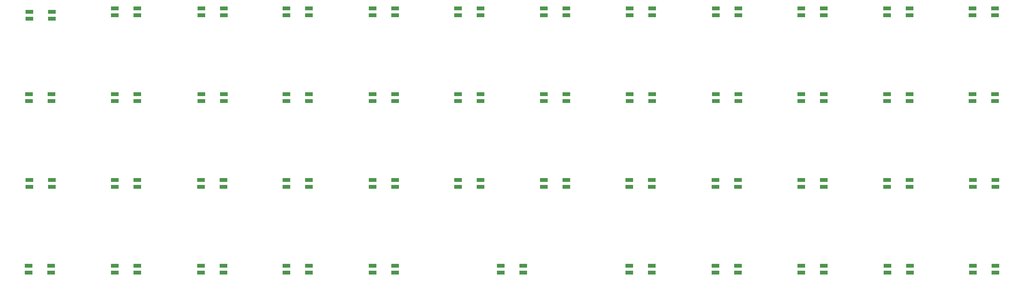
<source format=gbr>
G04 #@! TF.GenerationSoftware,KiCad,Pcbnew,(5.1.0)-1*
G04 #@! TF.CreationDate,2020-10-10T14:24:37-04:00*
G04 #@! TF.ProjectId,rev1.0,72657631-2e30-42e6-9b69-6361645f7063,rev?*
G04 #@! TF.SameCoordinates,Original*
G04 #@! TF.FileFunction,Paste,Top*
G04 #@! TF.FilePolarity,Positive*
%FSLAX46Y46*%
G04 Gerber Fmt 4.6, Leading zero omitted, Abs format (unit mm)*
G04 Created by KiCad (PCBNEW (5.1.0)-1) date 2020-10-10 14:24:37*
%MOMM*%
%LPD*%
G04 APERTURE LIST*
%ADD10R,1.800000X0.820000*%
G04 APERTURE END LIST*
D10*
X38909000Y-42519600D03*
X38909000Y-44019600D03*
X33909000Y-42519600D03*
X33909000Y-44019600D03*
X57908200Y-41808400D03*
X57908200Y-43308400D03*
X52908200Y-41808400D03*
X52908200Y-43308400D03*
X72110600Y-43308400D03*
X72110600Y-41808400D03*
X77110600Y-43308400D03*
X77110600Y-41808400D03*
X229409000Y-98907600D03*
X229409000Y-100407600D03*
X224409000Y-98907600D03*
X224409000Y-100407600D03*
X91008200Y-43308400D03*
X91008200Y-41808400D03*
X96008200Y-43308400D03*
X96008200Y-41808400D03*
X115109000Y-41808400D03*
X115109000Y-43308400D03*
X110109000Y-41808400D03*
X110109000Y-43308400D03*
X129108200Y-43308400D03*
X129108200Y-41808400D03*
X134108200Y-43308400D03*
X134108200Y-41808400D03*
X153107400Y-41808400D03*
X153107400Y-43308400D03*
X148107400Y-41808400D03*
X148107400Y-43308400D03*
X167208200Y-43308400D03*
X167208200Y-41808400D03*
X172208200Y-43308400D03*
X172208200Y-41808400D03*
X191309000Y-41808400D03*
X191309000Y-43308400D03*
X186309000Y-41808400D03*
X186309000Y-43308400D03*
X205308200Y-43308400D03*
X205308200Y-41808400D03*
X210308200Y-43308400D03*
X210308200Y-41808400D03*
X229307400Y-41808400D03*
X229307400Y-43308400D03*
X224307400Y-41808400D03*
X224307400Y-43308400D03*
X248306600Y-41808400D03*
X248306600Y-43308400D03*
X243306600Y-41808400D03*
X243306600Y-43308400D03*
X33807400Y-62331600D03*
X33807400Y-60831600D03*
X38807400Y-62331600D03*
X38807400Y-60831600D03*
X57908200Y-60807600D03*
X57908200Y-62307600D03*
X52908200Y-60807600D03*
X52908200Y-62307600D03*
X77110600Y-60807600D03*
X77110600Y-62307600D03*
X72110600Y-60807600D03*
X72110600Y-62307600D03*
X91008200Y-62307600D03*
X91008200Y-60807600D03*
X96008200Y-62307600D03*
X96008200Y-60807600D03*
X110109000Y-62307600D03*
X110109000Y-60807600D03*
X115109000Y-62307600D03*
X115109000Y-60807600D03*
X134108200Y-60807600D03*
X134108200Y-62307600D03*
X129108200Y-60807600D03*
X129108200Y-62307600D03*
X148107400Y-62307600D03*
X148107400Y-60807600D03*
X153107400Y-62307600D03*
X153107400Y-60807600D03*
X172208200Y-60807600D03*
X172208200Y-62307600D03*
X167208200Y-60807600D03*
X167208200Y-62307600D03*
X186309000Y-62307600D03*
X186309000Y-60807600D03*
X191309000Y-62307600D03*
X191309000Y-60807600D03*
X210308200Y-60807600D03*
X210308200Y-62307600D03*
X205308200Y-60807600D03*
X205308200Y-62307600D03*
X224307400Y-62307600D03*
X224307400Y-60807600D03*
X229307400Y-62307600D03*
X229307400Y-60807600D03*
X243306600Y-62307600D03*
X243306600Y-60807600D03*
X248306600Y-62307600D03*
X248306600Y-60807600D03*
X38909000Y-79908400D03*
X38909000Y-81408400D03*
X33909000Y-79908400D03*
X33909000Y-81408400D03*
X52908200Y-81408400D03*
X52908200Y-79908400D03*
X57908200Y-81408400D03*
X57908200Y-79908400D03*
X72009000Y-81408400D03*
X72009000Y-79908400D03*
X77009000Y-81408400D03*
X77009000Y-79908400D03*
X96008200Y-79908400D03*
X96008200Y-81408400D03*
X91008200Y-79908400D03*
X91008200Y-81408400D03*
X110109000Y-81408400D03*
X110109000Y-79908400D03*
X115109000Y-81408400D03*
X115109000Y-79908400D03*
X129108200Y-81408400D03*
X129108200Y-79908400D03*
X134108200Y-81408400D03*
X134108200Y-79908400D03*
X148107400Y-81408400D03*
X148107400Y-79908400D03*
X153107400Y-81408400D03*
X153107400Y-79908400D03*
X172106600Y-79908400D03*
X172106600Y-81408400D03*
X167106600Y-79908400D03*
X167106600Y-81408400D03*
X186207400Y-81408400D03*
X186207400Y-79908400D03*
X191207400Y-81408400D03*
X191207400Y-79908400D03*
X210308200Y-79908400D03*
X210308200Y-81408400D03*
X205308200Y-79908400D03*
X205308200Y-81408400D03*
X229307400Y-79908400D03*
X229307400Y-81408400D03*
X224307400Y-79908400D03*
X224307400Y-81408400D03*
X243408200Y-81408400D03*
X243408200Y-79908400D03*
X248408200Y-81408400D03*
X248408200Y-79908400D03*
X38705800Y-98907600D03*
X38705800Y-100407600D03*
X33705800Y-98907600D03*
X33705800Y-100407600D03*
X52908200Y-100407600D03*
X52908200Y-98907600D03*
X57908200Y-100407600D03*
X57908200Y-98907600D03*
X77009000Y-98907600D03*
X77009000Y-100407600D03*
X72009000Y-98907600D03*
X72009000Y-100407600D03*
X91008200Y-100407600D03*
X91008200Y-98907600D03*
X96008200Y-100407600D03*
X96008200Y-98907600D03*
X110109000Y-100407600D03*
X110109000Y-98907600D03*
X115109000Y-100407600D03*
X115109000Y-98907600D03*
X143557000Y-98907600D03*
X143557000Y-100407600D03*
X138557000Y-98907600D03*
X138557000Y-100407600D03*
X172106600Y-98907600D03*
X172106600Y-100407600D03*
X167106600Y-98907600D03*
X167106600Y-100407600D03*
X191207400Y-98907600D03*
X191207400Y-100407600D03*
X186207400Y-98907600D03*
X186207400Y-100407600D03*
X205308200Y-100407600D03*
X205308200Y-98907600D03*
X210308200Y-100407600D03*
X210308200Y-98907600D03*
X243408200Y-100407600D03*
X243408200Y-98907600D03*
X248408200Y-100407600D03*
X248408200Y-98907600D03*
M02*

</source>
